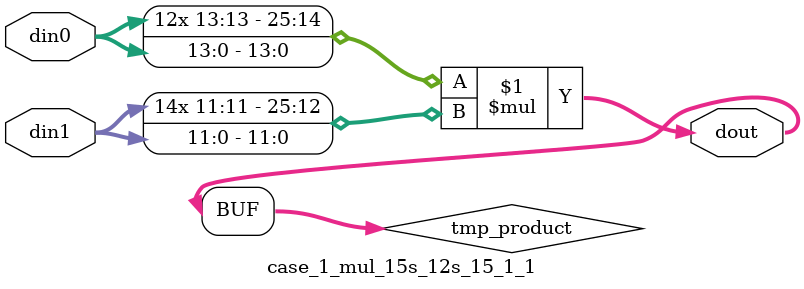
<source format=v>

`timescale 1 ns / 1 ps

 module case_1_mul_15s_12s_15_1_1(din0, din1, dout);
parameter ID = 1;
parameter NUM_STAGE = 0;
parameter din0_WIDTH = 14;
parameter din1_WIDTH = 12;
parameter dout_WIDTH = 26;

input [din0_WIDTH - 1 : 0] din0; 
input [din1_WIDTH - 1 : 0] din1; 
output [dout_WIDTH - 1 : 0] dout;

wire signed [dout_WIDTH - 1 : 0] tmp_product;



























assign tmp_product = $signed(din0) * $signed(din1);








assign dout = tmp_product;





















endmodule

</source>
